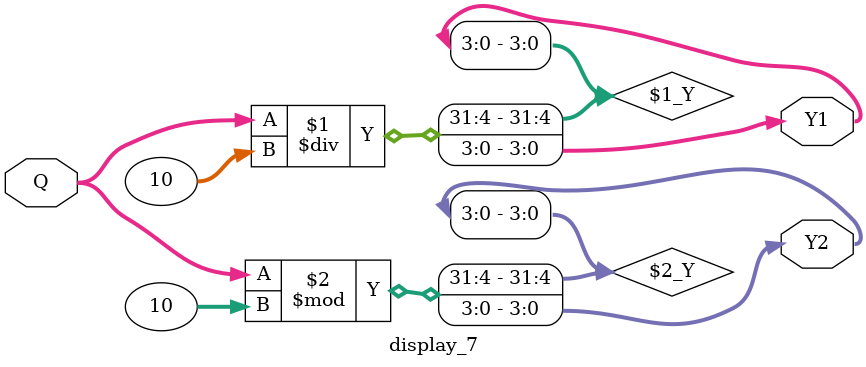
<source format=v>
module display_7(Q, Y1, Y2);
	input [5:0] Q;
	
	output [3:0] Y1;
	
	output [3:0] Y2;
	
	assign Y1 = Q / 10;
	assign Y2 = Q % 10;
endmodule
</source>
